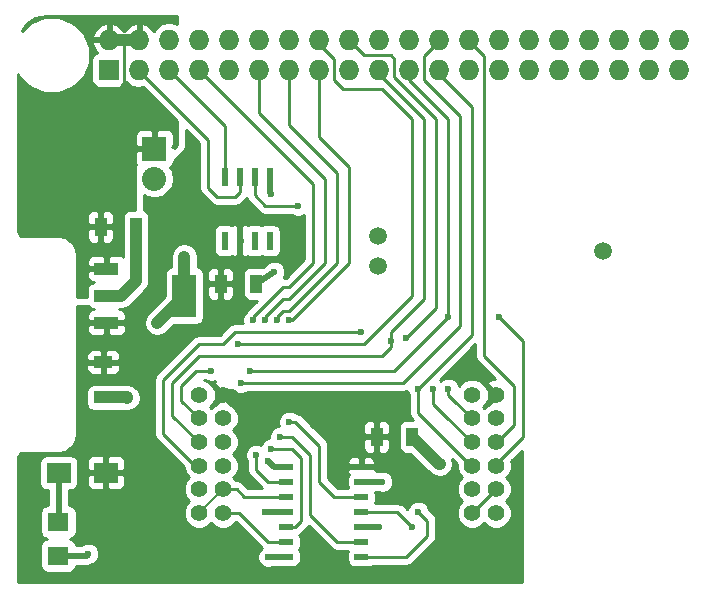
<source format=gtl>
G04 #@! TF.FileFunction,Copper,L1,Top,Signal*
%FSLAX46Y46*%
G04 Gerber Fmt 4.6, Leading zero omitted, Abs format (unit mm)*
G04 Created by KiCad (PCBNEW 4.0.2-1.fc23-product) date Fri 02 Dec 2016 11:09:15 GMT*
%MOMM*%
G01*
G04 APERTURE LIST*
%ADD10C,0.100000*%
%ADD11C,1.400000*%
%ADD12R,1.727200X1.727200*%
%ADD13O,1.727200X1.727200*%
%ADD14R,1.000000X1.600000*%
%ADD15R,1.600000X1.000000*%
%ADD16R,2.032000X3.657600*%
%ADD17R,2.032000X1.016000*%
%ADD18R,1.143000X0.508000*%
%ADD19R,1.800860X1.597660*%
%ADD20R,2.000000X1.700000*%
%ADD21R,0.600000X1.550000*%
%ADD22C,1.500000*%
%ADD23R,2.032000X2.032000*%
%ADD24O,2.032000X2.032000*%
%ADD25C,0.600000*%
%ADD26C,0.250000*%
%ADD27C,1.000000*%
%ADD28C,0.500000*%
%ADD29C,0.200000*%
%ADD30C,0.254000*%
G04 APERTURE END LIST*
D10*
D11*
X134366000Y-79756000D03*
X136366000Y-79756000D03*
X134366000Y-81756000D03*
X136366000Y-81756000D03*
X134366000Y-83756000D03*
X136366000Y-83756000D03*
X134366000Y-85756000D03*
X136366000Y-85756000D03*
X134366000Y-87756000D03*
X136366000Y-87756000D03*
X134366000Y-89756000D03*
X136366000Y-89756000D03*
D12*
X103620000Y-52260000D03*
D13*
X103620000Y-49720000D03*
X106160000Y-52260000D03*
X106160000Y-49720000D03*
X108700000Y-52260000D03*
X108700000Y-49720000D03*
X111240000Y-52260000D03*
X111240000Y-49720000D03*
X113780000Y-52260000D03*
X113780000Y-49720000D03*
X116320000Y-52260000D03*
X116320000Y-49720000D03*
X118860000Y-52260000D03*
X118860000Y-49720000D03*
X121400000Y-52260000D03*
X121400000Y-49720000D03*
X123940000Y-52260000D03*
X123940000Y-49720000D03*
X126480000Y-52260000D03*
X126480000Y-49720000D03*
X129020000Y-52260000D03*
X129020000Y-49720000D03*
X131560000Y-52260000D03*
X131560000Y-49720000D03*
X134100000Y-52260000D03*
X134100000Y-49720000D03*
X136640000Y-52260000D03*
X136640000Y-49720000D03*
X139180000Y-52260000D03*
X139180000Y-49720000D03*
X141720000Y-52260000D03*
X141720000Y-49720000D03*
X144260000Y-52260000D03*
X144260000Y-49720000D03*
X146800000Y-52260000D03*
X146800000Y-49720000D03*
X149340000Y-52260000D03*
X149340000Y-49720000D03*
X151880000Y-52260000D03*
X151880000Y-49720000D03*
D14*
X102894000Y-65532000D03*
X105894000Y-65532000D03*
D15*
X103124000Y-76986000D03*
X103124000Y-79986000D03*
D16*
X109982000Y-71374000D03*
D17*
X103378000Y-71374000D03*
X103378000Y-73660000D03*
X103378000Y-69088000D03*
D18*
X118618000Y-85852000D03*
X118618000Y-87122000D03*
X118618000Y-88392000D03*
X118618000Y-89662000D03*
X118618000Y-90932000D03*
X118618000Y-92202000D03*
X118618000Y-93472000D03*
X124968000Y-93472000D03*
X124968000Y-92202000D03*
X124968000Y-89662000D03*
X124968000Y-88392000D03*
X124968000Y-87122000D03*
X124968000Y-85852000D03*
X124968000Y-90932000D03*
D14*
X126262000Y-83312000D03*
X129262000Y-83312000D03*
D19*
X99314000Y-90528140D03*
X99314000Y-93367860D03*
D11*
X111252000Y-79756000D03*
X113252000Y-79756000D03*
X111252000Y-81756000D03*
X113252000Y-81756000D03*
X111252000Y-83756000D03*
X113252000Y-83756000D03*
X111252000Y-85756000D03*
X113252000Y-85756000D03*
X111252000Y-87756000D03*
X113252000Y-87756000D03*
X111252000Y-89756000D03*
X113252000Y-89756000D03*
D20*
X103346000Y-86360000D03*
X99346000Y-86360000D03*
D14*
X113054000Y-70358000D03*
X116054000Y-70358000D03*
D21*
X113411000Y-66708000D03*
X114681000Y-66708000D03*
X115951000Y-66708000D03*
X117221000Y-66708000D03*
X117221000Y-61308000D03*
X115951000Y-61308000D03*
X114681000Y-61308000D03*
X113411000Y-61308000D03*
D22*
X145440000Y-67564000D03*
X126340000Y-68834000D03*
X126340000Y-66294000D03*
D23*
X107442000Y-58928000D03*
D24*
X107442000Y-61468000D03*
D25*
X107696000Y-73660000D03*
X109982000Y-68072000D03*
X105894000Y-67818000D03*
X105894000Y-70128000D03*
X105156000Y-80010000D03*
X101854000Y-93218000D03*
X117602000Y-69342000D03*
X117348000Y-62738000D03*
X131572000Y-85598000D03*
X126746000Y-87122000D03*
X126492000Y-90932000D03*
X117094000Y-93472000D03*
X116840000Y-89662000D03*
X117094000Y-85344000D03*
X137922000Y-86868000D03*
X116078000Y-84836000D03*
X115824000Y-73406000D03*
X116840000Y-73406000D03*
X117348000Y-84328000D03*
X117856000Y-73406000D03*
X118110000Y-83312000D03*
X118872000Y-82042000D03*
X118872000Y-73406000D03*
X129794000Y-89662000D03*
X129286000Y-90932000D03*
X112268000Y-77724000D03*
X114554000Y-75438000D03*
X132334000Y-79248000D03*
X128778000Y-74930000D03*
X127508000Y-75184000D03*
X131064000Y-79248000D03*
X115570000Y-77724000D03*
X136652000Y-73152000D03*
X132334000Y-73152000D03*
X124968000Y-74422000D03*
X129794000Y-79248000D03*
X114808000Y-78740000D03*
X119634000Y-63754000D03*
D26*
X104648000Y-53594000D02*
X104902000Y-53340000D01*
X104902000Y-53340000D02*
X104902000Y-49720000D01*
X103620000Y-49720000D02*
X103822000Y-49720000D01*
D27*
X106160000Y-49720000D02*
X104902000Y-49720000D01*
X104902000Y-49720000D02*
X103620000Y-49720000D01*
D26*
X106160000Y-49720000D02*
X106160000Y-49772000D01*
X103620000Y-49720000D02*
X106160000Y-49720000D01*
D27*
X109982000Y-71374000D02*
X107696000Y-73660000D01*
X109982000Y-71374000D02*
X109982000Y-68072000D01*
X105894000Y-67818000D02*
X105894000Y-65532000D01*
X105894000Y-70104000D02*
X105894000Y-70128000D01*
X103378000Y-71374000D02*
X104648000Y-71374000D01*
X105894000Y-70104000D02*
X105894000Y-67818000D01*
X104648000Y-71374000D02*
X105894000Y-70128000D01*
X103124000Y-79986000D02*
X105132000Y-79986000D01*
X105132000Y-79986000D02*
X105156000Y-80010000D01*
D28*
X99314000Y-93367860D02*
X101704140Y-93367860D01*
X101704140Y-93367860D02*
X101854000Y-93218000D01*
X116054000Y-70358000D02*
X117602000Y-69342000D01*
X117221000Y-61308000D02*
X117221000Y-62611000D01*
X117221000Y-62611000D02*
X117348000Y-62738000D01*
D27*
X131572000Y-85598000D02*
X131596000Y-85622000D01*
X129262000Y-83312000D02*
X131572000Y-85598000D01*
D28*
X124968000Y-87122000D02*
X126746000Y-87122000D01*
X124968000Y-90932000D02*
X126492000Y-90932000D01*
X118618000Y-93472000D02*
X117094000Y-93472000D01*
X118618000Y-89662000D02*
X116840000Y-89662000D01*
X118618000Y-85852000D02*
X117602000Y-85852000D01*
X117602000Y-85852000D02*
X117094000Y-85344000D01*
X137922000Y-86868000D02*
X137922000Y-90932000D01*
X137922000Y-90932000D02*
X136144000Y-92710000D01*
X136144000Y-92710000D02*
X134366000Y-92710000D01*
D27*
X132080000Y-88900000D02*
X132080000Y-90424000D01*
X127762000Y-85852000D02*
X129032000Y-85852000D01*
X129032000Y-85852000D02*
X132080000Y-88900000D01*
X132080000Y-90424000D02*
X134366000Y-92710000D01*
X134366000Y-92710000D02*
X134620000Y-92964000D01*
D28*
X103346000Y-86360000D02*
X103378000Y-86360000D01*
D27*
X114046000Y-79756000D02*
X113252000Y-79756000D01*
X114808000Y-80518000D02*
X123952000Y-80518000D01*
X114046000Y-79756000D02*
X114808000Y-80518000D01*
X125222000Y-80518000D02*
X123952000Y-80518000D01*
X126262000Y-81558000D02*
X125222000Y-80518000D01*
D28*
X124968000Y-85852000D02*
X125476000Y-85852000D01*
X126262000Y-85066000D02*
X126262000Y-83312000D01*
D26*
X115824000Y-73406000D02*
X115824000Y-73152000D01*
X118872000Y-70612000D02*
X120904000Y-68580000D01*
X120904000Y-68580000D02*
X120904000Y-61924000D01*
X111240000Y-52260000D02*
X120904000Y-61924000D01*
X117094000Y-87122000D02*
X118618000Y-87122000D01*
X117094000Y-87122000D02*
X116078000Y-86106000D01*
X116078000Y-86106000D02*
X116078000Y-84836000D01*
X118364000Y-70612000D02*
X118872000Y-70612000D01*
X115824000Y-73152000D02*
X118364000Y-70612000D01*
X118872000Y-71628000D02*
X118364000Y-71628000D01*
X116320000Y-55868000D02*
X121920000Y-61468000D01*
X121920000Y-61468000D02*
X121920000Y-68580000D01*
X121920000Y-68580000D02*
X118872000Y-71628000D01*
X116320000Y-52260000D02*
X116320000Y-55868000D01*
X116840000Y-73152000D02*
X116840000Y-73406000D01*
X118364000Y-71628000D02*
X116840000Y-73152000D01*
X119888000Y-90424000D02*
X119888000Y-85090000D01*
X119380000Y-90932000D02*
X118618000Y-90932000D01*
X119380000Y-90932000D02*
X119888000Y-90424000D01*
X119126000Y-84328000D02*
X117348000Y-84328000D01*
X119888000Y-85090000D02*
X119126000Y-84328000D01*
X116840000Y-52780000D02*
X116320000Y-52260000D01*
X118364000Y-72644000D02*
X118872000Y-72644000D01*
X117856000Y-73152000D02*
X118364000Y-72644000D01*
X124968000Y-92202000D02*
X122936000Y-92202000D01*
X119126000Y-83312000D02*
X118110000Y-83312000D01*
X120650000Y-84836000D02*
X119126000Y-83312000D01*
X120650000Y-89916000D02*
X120650000Y-84836000D01*
X122936000Y-92202000D02*
X120650000Y-89916000D01*
X117856000Y-73406000D02*
X117856000Y-73152000D01*
X118860000Y-56884000D02*
X118860000Y-52260000D01*
X122936000Y-60960000D02*
X118860000Y-56884000D01*
X122936000Y-68580000D02*
X122936000Y-60960000D01*
X118872000Y-72644000D02*
X122936000Y-68580000D01*
X118860000Y-52260000D02*
X118860000Y-52312000D01*
X118872000Y-73406000D02*
X119126000Y-73406000D01*
X122682000Y-88392000D02*
X121412000Y-87122000D01*
X121412000Y-87122000D02*
X121412000Y-84074000D01*
X121412000Y-84074000D02*
X119380000Y-82042000D01*
X119380000Y-82042000D02*
X118872000Y-82042000D01*
X124968000Y-88392000D02*
X122682000Y-88392000D01*
X121400000Y-57900000D02*
X121400000Y-52260000D01*
X123952000Y-60452000D02*
X121400000Y-57900000D01*
X123952000Y-68580000D02*
X123952000Y-60452000D01*
X119126000Y-73406000D02*
X123952000Y-68580000D01*
X121400000Y-52260000D02*
X121400000Y-52820000D01*
X118618000Y-88392000D02*
X115062000Y-88392000D01*
X114426000Y-87756000D02*
X113252000Y-87756000D01*
X115062000Y-88392000D02*
X114426000Y-87756000D01*
X111252000Y-89756000D02*
X111092000Y-89756000D01*
D29*
X113252000Y-87756000D02*
X111252000Y-89756000D01*
D26*
X118618000Y-92202000D02*
X117094000Y-92202000D01*
X114648000Y-89756000D02*
X113252000Y-89756000D01*
X117094000Y-92202000D02*
X114648000Y-89756000D01*
X136366000Y-87756000D02*
X134366000Y-89756000D01*
X129794000Y-89662000D02*
X130556000Y-90424000D01*
X130556000Y-90424000D02*
X130556000Y-91694000D01*
X130556000Y-91694000D02*
X128778000Y-93472000D01*
X128778000Y-93472000D02*
X124968000Y-93472000D01*
X129286000Y-90932000D02*
X128016000Y-89662000D01*
X124968000Y-89662000D02*
X128016000Y-89662000D01*
X114681000Y-61308000D02*
X114681000Y-62611000D01*
X112014000Y-58166000D02*
X106160000Y-52312000D01*
X112014000Y-62230000D02*
X112014000Y-58166000D01*
X112776000Y-62992000D02*
X112014000Y-62230000D01*
X114300000Y-62992000D02*
X112776000Y-62992000D01*
X114681000Y-62611000D02*
X114300000Y-62992000D01*
X106160000Y-52312000D02*
X106160000Y-52260000D01*
X113411000Y-61308000D02*
X113411000Y-56971000D01*
X113411000Y-56971000D02*
X108700000Y-52260000D01*
X114554000Y-75438000D02*
X114808000Y-75438000D01*
X110998000Y-77724000D02*
X112268000Y-77724000D01*
X109728000Y-80264000D02*
X111220000Y-81756000D01*
X109728000Y-78994000D02*
X110744000Y-77978000D01*
X109728000Y-80264000D02*
X109728000Y-78994000D01*
X110744000Y-77978000D02*
X110998000Y-77724000D01*
X125222000Y-75438000D02*
X117984398Y-75438000D01*
X129286000Y-71374000D02*
X125222000Y-75438000D01*
X129286000Y-68580000D02*
X129286000Y-56388000D01*
X122682000Y-53086000D02*
X123444000Y-53848000D01*
X123444000Y-53848000D02*
X126746000Y-53848000D01*
X126746000Y-53848000D02*
X129286000Y-56388000D01*
X122682000Y-51308000D02*
X121400000Y-50026000D01*
X122682000Y-51308000D02*
X122682000Y-53086000D01*
X129286000Y-68580000D02*
X129286000Y-71374000D01*
X114808000Y-75438000D02*
X117984398Y-75438000D01*
X111252000Y-81756000D02*
X111220000Y-81756000D01*
X121400000Y-49720000D02*
X121400000Y-50026000D01*
X129540000Y-74168000D02*
X128778000Y-74930000D01*
X131318000Y-72390000D02*
X129540000Y-74168000D01*
X131318000Y-68580000D02*
X131318000Y-56388000D01*
X127456000Y-51002000D02*
X127762000Y-51308000D01*
X127762000Y-51308000D02*
X127762000Y-52832000D01*
X127762000Y-52832000D02*
X131318000Y-56388000D01*
X123940000Y-49720000D02*
X125222000Y-51002000D01*
X125222000Y-51002000D02*
X127456000Y-51002000D01*
X131318000Y-68580000D02*
X131318000Y-72390000D01*
X132842000Y-80264000D02*
X132334000Y-79756000D01*
X132842000Y-80264000D02*
X134334000Y-81756000D01*
X132334000Y-79756000D02*
X132334000Y-79248000D01*
X134366000Y-81756000D02*
X134334000Y-81756000D01*
X110490000Y-77216000D02*
X111252000Y-76454000D01*
X127508000Y-75184000D02*
X127508000Y-75692000D01*
X108966000Y-78994000D02*
X108966000Y-78740000D01*
X108966000Y-78740000D02*
X110490000Y-77216000D01*
X108966000Y-81534000D02*
X111188000Y-83756000D01*
X108966000Y-81534000D02*
X108966000Y-78994000D01*
X115570000Y-76454000D02*
X126746000Y-76454000D01*
X126746000Y-76454000D02*
X127508000Y-75692000D01*
X111252000Y-76454000D02*
X115570000Y-76454000D01*
X127508000Y-75184000D02*
X127508000Y-74422000D01*
X130302000Y-56388000D02*
X126480000Y-52566000D01*
X130302000Y-68580000D02*
X130302000Y-56388000D01*
X130302000Y-71628000D02*
X130302000Y-68580000D01*
X127508000Y-74422000D02*
X130302000Y-71628000D01*
X132080000Y-81534000D02*
X131318000Y-80772000D01*
X134302000Y-83756000D02*
X132080000Y-81534000D01*
X131064000Y-80518000D02*
X131064000Y-79248000D01*
X131318000Y-80772000D02*
X131064000Y-80518000D01*
X134366000Y-83756000D02*
X134302000Y-83756000D01*
X126480000Y-52260000D02*
X126480000Y-52566000D01*
X126480000Y-52260000D02*
X126682000Y-52260000D01*
X111252000Y-83756000D02*
X111188000Y-83756000D01*
D29*
X111252000Y-83756000D02*
X110934000Y-83756000D01*
D26*
X132334000Y-73152000D02*
X128016000Y-77470000D01*
X127762000Y-77724000D02*
X115570000Y-77724000D01*
X128016000Y-77470000D02*
X127762000Y-77724000D01*
X132334000Y-72644000D02*
X132334000Y-73152000D01*
X132334000Y-68580000D02*
X132334000Y-56388000D01*
X129020000Y-53074000D02*
X132334000Y-56388000D01*
X132334000Y-72644000D02*
X132334000Y-68580000D01*
X138684000Y-75184000D02*
X138684000Y-75438000D01*
X136652000Y-73152000D02*
X138684000Y-75184000D01*
X138684000Y-75946000D02*
X138684000Y-75438000D01*
X138684000Y-78740000D02*
X138684000Y-75946000D01*
X138684000Y-78994000D02*
X138684000Y-78740000D01*
X138684000Y-83312000D02*
X138684000Y-78994000D01*
X136366000Y-85630000D02*
X138684000Y-83312000D01*
X129020000Y-52260000D02*
X129020000Y-53074000D01*
X136366000Y-85756000D02*
X136366000Y-85630000D01*
X111252000Y-75438000D02*
X113030000Y-75438000D01*
X108204000Y-78994000D02*
X108204000Y-78486000D01*
X108204000Y-79248000D02*
X108204000Y-78994000D01*
X108204000Y-83058000D02*
X110902000Y-85756000D01*
X108204000Y-83058000D02*
X108204000Y-79248000D01*
X108204000Y-78486000D02*
X110236000Y-76454000D01*
X110236000Y-76454000D02*
X111252000Y-75438000D01*
X113284000Y-75438000D02*
X113030000Y-75438000D01*
X114300000Y-74422000D02*
X113284000Y-75438000D01*
X124968000Y-74422000D02*
X114300000Y-74422000D01*
X134366000Y-73660000D02*
X134366000Y-74676000D01*
X131318000Y-82804000D02*
X129794000Y-81280000D01*
X131318000Y-82804000D02*
X134270000Y-85756000D01*
X129794000Y-81280000D02*
X129794000Y-79248000D01*
X134366000Y-74676000D02*
X129794000Y-79248000D01*
X111252000Y-85756000D02*
X110902000Y-85756000D01*
X134366000Y-73914000D02*
X134366000Y-73660000D01*
X134366000Y-73152000D02*
X134366000Y-68580000D01*
X134366000Y-73152000D02*
X134366000Y-73660000D01*
X134366000Y-55372000D02*
X131560000Y-52566000D01*
X134366000Y-55372000D02*
X134366000Y-68580000D01*
X134366000Y-85756000D02*
X134270000Y-85756000D01*
X131560000Y-52260000D02*
X131560000Y-52566000D01*
X128778000Y-78486000D02*
X128524000Y-78740000D01*
X133350000Y-73914000D02*
X128778000Y-78486000D01*
X133350000Y-68326000D02*
X133350000Y-73914000D01*
X128524000Y-78740000D02*
X123952000Y-78740000D01*
X117602000Y-78740000D02*
X114808000Y-78740000D01*
X117602000Y-78740000D02*
X123952000Y-78740000D01*
X123952000Y-78740000D02*
X124206000Y-78740000D01*
X130302000Y-52832000D02*
X130302000Y-53086000D01*
X130302000Y-51054000D02*
X130302000Y-52832000D01*
X131560000Y-49796000D02*
X130302000Y-51054000D01*
X133350000Y-56134000D02*
X133350000Y-68326000D01*
X133350000Y-68326000D02*
X133350000Y-68580000D01*
X130302000Y-53086000D02*
X133350000Y-56134000D01*
X131560000Y-49720000D02*
X131560000Y-49796000D01*
X137922000Y-78994000D02*
X136398000Y-77470000D01*
X136462000Y-83756000D02*
X137922000Y-82296000D01*
X137922000Y-82296000D02*
X137922000Y-78994000D01*
X135382000Y-73660000D02*
X135382000Y-74422000D01*
X135382000Y-68580000D02*
X135382000Y-71120000D01*
X135382000Y-51054000D02*
X135382000Y-68580000D01*
X135382000Y-51054000D02*
X134100000Y-49772000D01*
X135382000Y-71120000D02*
X135382000Y-71374000D01*
X135382000Y-71374000D02*
X135382000Y-73660000D01*
X135382000Y-76454000D02*
X135382000Y-74422000D01*
X136398000Y-77470000D02*
X135382000Y-76454000D01*
X134100000Y-49720000D02*
X134100000Y-49772000D01*
X136366000Y-83756000D02*
X136462000Y-83756000D01*
X134100000Y-49720000D02*
X134100000Y-49796000D01*
D28*
X99346000Y-86360000D02*
X99346000Y-90496140D01*
X99346000Y-90496140D02*
X99314000Y-90528140D01*
D27*
X99314000Y-86392000D02*
X99346000Y-86360000D01*
D26*
X115951000Y-62865000D02*
X116840000Y-63754000D01*
X116840000Y-63754000D02*
X119634000Y-63754000D01*
X115951000Y-61308000D02*
X115951000Y-62865000D01*
D30*
G36*
X111262000Y-58477488D02*
X111262000Y-62230000D01*
X111319243Y-62517778D01*
X111482256Y-62761744D01*
X112244256Y-63523744D01*
X112488222Y-63686757D01*
X112776000Y-63744000D01*
X114300000Y-63744000D01*
X114587778Y-63686757D01*
X114831744Y-63523744D01*
X115212744Y-63142745D01*
X115244726Y-63094880D01*
X115256243Y-63152778D01*
X115419256Y-63396744D01*
X116308256Y-64285744D01*
X116552222Y-64448757D01*
X116840000Y-64506000D01*
X119074855Y-64506000D01*
X119108211Y-64539414D01*
X119448799Y-64680839D01*
X119817583Y-64681161D01*
X120152000Y-64542982D01*
X120152000Y-68268512D01*
X118560512Y-69860000D01*
X118390648Y-69860000D01*
X118528839Y-69527201D01*
X118529161Y-69158417D01*
X118388331Y-68817583D01*
X118127789Y-68556586D01*
X117787201Y-68415161D01*
X117418417Y-68414839D01*
X117077583Y-68555669D01*
X116839227Y-68793610D01*
X116626302Y-68933358D01*
X116554000Y-68918717D01*
X115554000Y-68918717D01*
X115321648Y-68962437D01*
X115108247Y-69099757D01*
X114965083Y-69309283D01*
X114914717Y-69558000D01*
X114914717Y-71158000D01*
X114958437Y-71390352D01*
X115095757Y-71603753D01*
X115305283Y-71746917D01*
X115554000Y-71797283D01*
X116115229Y-71797283D01*
X115292256Y-72620256D01*
X115278757Y-72640459D01*
X115038586Y-72880211D01*
X114897161Y-73220799D01*
X114896839Y-73589583D01*
X114930067Y-73670000D01*
X114300000Y-73670000D01*
X114012222Y-73727243D01*
X113768256Y-73890256D01*
X112972512Y-74686000D01*
X111252000Y-74686000D01*
X110964222Y-74743243D01*
X110720256Y-74906256D01*
X107672256Y-77954256D01*
X107509243Y-78198222D01*
X107452000Y-78486000D01*
X107452000Y-83058000D01*
X107509243Y-83345778D01*
X107672256Y-83589744D01*
X109924925Y-85842413D01*
X109924771Y-86018798D01*
X110126369Y-86506703D01*
X110375339Y-86756108D01*
X110127681Y-87003334D01*
X109925231Y-87490885D01*
X109924771Y-88018798D01*
X110126369Y-88506703D01*
X110375339Y-88756108D01*
X110127681Y-89003334D01*
X109925231Y-89490885D01*
X109924771Y-90018798D01*
X110126369Y-90506703D01*
X110499334Y-90880319D01*
X110986885Y-91082769D01*
X111514798Y-91083229D01*
X112002703Y-90881631D01*
X112252108Y-90632661D01*
X112499334Y-90880319D01*
X112986885Y-91082769D01*
X113514798Y-91083229D01*
X114002703Y-90881631D01*
X114356731Y-90528219D01*
X116541857Y-92713346D01*
X116308586Y-92946211D01*
X116167161Y-93286799D01*
X116166839Y-93655583D01*
X116307669Y-93996417D01*
X116568211Y-94257414D01*
X116908799Y-94398839D01*
X117277583Y-94399161D01*
X117398982Y-94349000D01*
X117966091Y-94349000D01*
X118046500Y-94365283D01*
X119189500Y-94365283D01*
X119421852Y-94321563D01*
X119635253Y-94184243D01*
X119778417Y-93974717D01*
X119828783Y-93726000D01*
X119828783Y-93218000D01*
X119785063Y-92985648D01*
X119688742Y-92835960D01*
X119778417Y-92704717D01*
X119828783Y-92456000D01*
X119828783Y-91948000D01*
X119785063Y-91715648D01*
X119709797Y-91598681D01*
X119911744Y-91463744D01*
X120419744Y-90955745D01*
X120502461Y-90831949D01*
X122404256Y-92733744D01*
X122648222Y-92896757D01*
X122936000Y-92954000D01*
X123818026Y-92954000D01*
X123807583Y-92969283D01*
X123757217Y-93218000D01*
X123757217Y-93726000D01*
X123800937Y-93958352D01*
X123938257Y-94171753D01*
X124147783Y-94314917D01*
X124396500Y-94365283D01*
X125539500Y-94365283D01*
X125771852Y-94321563D01*
X125923469Y-94224000D01*
X128778000Y-94224000D01*
X129065778Y-94166757D01*
X129309744Y-94003744D01*
X131087745Y-92225744D01*
X131185464Y-92079497D01*
X131250757Y-91981778D01*
X131308000Y-91694000D01*
X131308000Y-90424000D01*
X131250757Y-90136222D01*
X131087744Y-89892256D01*
X130721120Y-89525632D01*
X130721161Y-89478417D01*
X130580331Y-89137583D01*
X130319789Y-88876586D01*
X129979201Y-88735161D01*
X129610417Y-88734839D01*
X129269583Y-88875669D01*
X129008586Y-89136211D01*
X128875120Y-89457632D01*
X128547744Y-89130256D01*
X128303778Y-88967243D01*
X128016000Y-88910000D01*
X126117974Y-88910000D01*
X126128417Y-88894717D01*
X126178783Y-88646000D01*
X126178783Y-88138000D01*
X126152628Y-87999000D01*
X126440774Y-87999000D01*
X126560799Y-88048839D01*
X126929583Y-88049161D01*
X127270417Y-87908331D01*
X127531414Y-87647789D01*
X127672839Y-87307201D01*
X127673161Y-86938417D01*
X127532331Y-86597583D01*
X127271789Y-86336586D01*
X126931201Y-86195161D01*
X126562417Y-86194839D01*
X126441018Y-86245000D01*
X126169243Y-86245000D01*
X126174500Y-86232309D01*
X126174500Y-86137750D01*
X126015750Y-85979000D01*
X125095000Y-85979000D01*
X125095000Y-85999000D01*
X124841000Y-85999000D01*
X124841000Y-85979000D01*
X123920250Y-85979000D01*
X123761500Y-86137750D01*
X123761500Y-86232309D01*
X123858173Y-86465698D01*
X123890462Y-86497987D01*
X123807583Y-86619283D01*
X123757217Y-86868000D01*
X123757217Y-87376000D01*
X123800937Y-87608352D01*
X123821302Y-87640000D01*
X122993488Y-87640000D01*
X122164000Y-86810512D01*
X122164000Y-85471691D01*
X123761500Y-85471691D01*
X123761500Y-85566250D01*
X123920250Y-85725000D01*
X124841000Y-85725000D01*
X124841000Y-85121750D01*
X125095000Y-85121750D01*
X125095000Y-85725000D01*
X126015750Y-85725000D01*
X126174500Y-85566250D01*
X126174500Y-85471691D01*
X126077827Y-85238302D01*
X125899199Y-85059673D01*
X125665810Y-84963000D01*
X125253750Y-84963000D01*
X125095000Y-85121750D01*
X124841000Y-85121750D01*
X124682250Y-84963000D01*
X124270190Y-84963000D01*
X124036801Y-85059673D01*
X123858173Y-85238302D01*
X123761500Y-85471691D01*
X122164000Y-85471691D01*
X122164000Y-84074000D01*
X122106757Y-83786222D01*
X121980824Y-83597750D01*
X125127000Y-83597750D01*
X125127000Y-84238310D01*
X125223673Y-84471699D01*
X125402302Y-84650327D01*
X125635691Y-84747000D01*
X125976250Y-84747000D01*
X126135000Y-84588250D01*
X126135000Y-83439000D01*
X126389000Y-83439000D01*
X126389000Y-84588250D01*
X126547750Y-84747000D01*
X126888309Y-84747000D01*
X127121698Y-84650327D01*
X127300327Y-84471699D01*
X127397000Y-84238310D01*
X127397000Y-83597750D01*
X127238250Y-83439000D01*
X126389000Y-83439000D01*
X126135000Y-83439000D01*
X125285750Y-83439000D01*
X125127000Y-83597750D01*
X121980824Y-83597750D01*
X121943744Y-83542256D01*
X120787178Y-82385690D01*
X125127000Y-82385690D01*
X125127000Y-83026250D01*
X125285750Y-83185000D01*
X126135000Y-83185000D01*
X126135000Y-82035750D01*
X126389000Y-82035750D01*
X126389000Y-83185000D01*
X127238250Y-83185000D01*
X127397000Y-83026250D01*
X127397000Y-82385690D01*
X127300327Y-82152301D01*
X127121698Y-81973673D01*
X126888309Y-81877000D01*
X126547750Y-81877000D01*
X126389000Y-82035750D01*
X126135000Y-82035750D01*
X125976250Y-81877000D01*
X125635691Y-81877000D01*
X125402302Y-81973673D01*
X125223673Y-82152301D01*
X125127000Y-82385690D01*
X120787178Y-82385690D01*
X119911744Y-81510256D01*
X119667778Y-81347243D01*
X119443817Y-81302694D01*
X119397789Y-81256586D01*
X119057201Y-81115161D01*
X118688417Y-81114839D01*
X118347583Y-81255669D01*
X118086586Y-81516211D01*
X117945161Y-81856799D01*
X117944839Y-82225583D01*
X118010673Y-82384913D01*
X117926417Y-82384839D01*
X117585583Y-82525669D01*
X117324586Y-82786211D01*
X117183161Y-83126799D01*
X117182922Y-83400855D01*
X117164417Y-83400839D01*
X116823583Y-83541669D01*
X116562586Y-83802211D01*
X116480678Y-83999466D01*
X116263201Y-83909161D01*
X115894417Y-83908839D01*
X115553583Y-84049669D01*
X115292586Y-84310211D01*
X115151161Y-84650799D01*
X115150839Y-85019583D01*
X115291669Y-85360417D01*
X115326000Y-85394808D01*
X115326000Y-86106000D01*
X115383243Y-86393778D01*
X115546256Y-86637744D01*
X116548512Y-87640000D01*
X115373488Y-87640000D01*
X114957744Y-87224256D01*
X114713778Y-87061243D01*
X114426000Y-87004000D01*
X114376336Y-87004000D01*
X114128661Y-86755892D01*
X114376319Y-86508666D01*
X114578769Y-86021115D01*
X114579229Y-85493202D01*
X114377631Y-85005297D01*
X114128661Y-84755892D01*
X114376319Y-84508666D01*
X114578769Y-84021115D01*
X114579229Y-83493202D01*
X114377631Y-83005297D01*
X114128661Y-82755892D01*
X114376319Y-82508666D01*
X114578769Y-82021115D01*
X114579229Y-81493202D01*
X114377631Y-81005297D01*
X114004666Y-80631681D01*
X113907890Y-80591496D01*
X113252000Y-79935605D01*
X112596626Y-80590980D01*
X112501297Y-80630369D01*
X112251892Y-80879339D01*
X112128661Y-80755892D01*
X112376319Y-80508666D01*
X112416504Y-80411890D01*
X113072395Y-79756000D01*
X112417020Y-79100626D01*
X112377631Y-79005297D01*
X112004666Y-78631681D01*
X111629747Y-78476000D01*
X111708855Y-78476000D01*
X111742211Y-78509414D01*
X112082799Y-78650839D01*
X112451583Y-78651161D01*
X112551650Y-78609814D01*
X112496331Y-78820725D01*
X113252000Y-79576395D01*
X113266142Y-79562252D01*
X113445748Y-79741858D01*
X113431605Y-79756000D01*
X114187275Y-80511669D01*
X114423042Y-80449831D01*
X114599419Y-79948878D01*
X114583235Y-79650411D01*
X114622799Y-79666839D01*
X114991583Y-79667161D01*
X115332417Y-79526331D01*
X115366808Y-79492000D01*
X128524000Y-79492000D01*
X128811778Y-79434757D01*
X128866868Y-79397947D01*
X128866839Y-79431583D01*
X129007669Y-79772417D01*
X129042000Y-79806808D01*
X129042000Y-81280000D01*
X129099243Y-81567778D01*
X129262256Y-81811744D01*
X129323229Y-81872717D01*
X128762000Y-81872717D01*
X128529648Y-81916437D01*
X128316247Y-82053757D01*
X128173083Y-82263283D01*
X128122717Y-82512000D01*
X128122717Y-84112000D01*
X128166437Y-84344352D01*
X128303757Y-84557753D01*
X128513283Y-84700917D01*
X128762000Y-84751283D01*
X129114187Y-84751283D01*
X130777242Y-86397060D01*
X130799091Y-86418909D01*
X131164716Y-86663212D01*
X131596000Y-86748999D01*
X132027284Y-86663212D01*
X132392909Y-86418909D01*
X132637212Y-86053284D01*
X132722999Y-85622000D01*
X132637212Y-85190716D01*
X132629126Y-85178615D01*
X133039146Y-85588635D01*
X133038771Y-86018798D01*
X133240369Y-86506703D01*
X133489339Y-86756108D01*
X133241681Y-87003334D01*
X133039231Y-87490885D01*
X133038771Y-88018798D01*
X133240369Y-88506703D01*
X133489339Y-88756108D01*
X133241681Y-89003334D01*
X133039231Y-89490885D01*
X133038771Y-90018798D01*
X133240369Y-90506703D01*
X133613334Y-90880319D01*
X134100885Y-91082769D01*
X134628798Y-91083229D01*
X135116703Y-90881631D01*
X135366108Y-90632661D01*
X135613334Y-90880319D01*
X136100885Y-91082769D01*
X136628798Y-91083229D01*
X137116703Y-90881631D01*
X137490319Y-90508666D01*
X137692769Y-90021115D01*
X137693229Y-89493202D01*
X137491631Y-89005297D01*
X137242661Y-88755892D01*
X137490319Y-88508666D01*
X137692769Y-88021115D01*
X137693229Y-87493202D01*
X137491631Y-87005297D01*
X137242661Y-86755892D01*
X137490319Y-86508666D01*
X137692769Y-86021115D01*
X137693229Y-85493202D01*
X137656113Y-85403375D01*
X138573872Y-84485616D01*
X138573000Y-84490000D01*
X138573000Y-95631000D01*
X95927000Y-95631000D01*
X95927000Y-85510000D01*
X97706717Y-85510000D01*
X97706717Y-87210000D01*
X97750437Y-87442352D01*
X97887757Y-87655753D01*
X98097283Y-87798917D01*
X98346000Y-87849283D01*
X98469000Y-87849283D01*
X98469000Y-89090027D01*
X98413570Y-89090027D01*
X98181218Y-89133747D01*
X97967817Y-89271067D01*
X97824653Y-89480593D01*
X97774287Y-89729310D01*
X97774287Y-91326970D01*
X97818007Y-91559322D01*
X97955327Y-91772723D01*
X98164853Y-91915887D01*
X98320124Y-91947330D01*
X98181218Y-91973467D01*
X97967817Y-92110787D01*
X97824653Y-92320313D01*
X97774287Y-92569030D01*
X97774287Y-94166690D01*
X97818007Y-94399042D01*
X97955327Y-94612443D01*
X98164853Y-94755607D01*
X98413570Y-94805973D01*
X100214430Y-94805973D01*
X100446782Y-94762253D01*
X100660183Y-94624933D01*
X100803347Y-94415407D01*
X100837883Y-94244860D01*
X101704140Y-94244860D01*
X102039753Y-94178102D01*
X102172459Y-94089431D01*
X102378417Y-94004331D01*
X102639414Y-93743789D01*
X102780839Y-93403201D01*
X102781161Y-93034417D01*
X102640331Y-92693583D01*
X102379789Y-92432586D01*
X102039201Y-92291161D01*
X101670417Y-92290839D01*
X101329583Y-92431669D01*
X101270289Y-92490860D01*
X100839004Y-92490860D01*
X100809993Y-92336678D01*
X100672673Y-92123277D01*
X100463147Y-91980113D01*
X100307876Y-91948670D01*
X100446782Y-91922533D01*
X100660183Y-91785213D01*
X100803347Y-91575687D01*
X100853713Y-91326970D01*
X100853713Y-89729310D01*
X100809993Y-89496958D01*
X100672673Y-89283557D01*
X100463147Y-89140393D01*
X100223000Y-89091762D01*
X100223000Y-87849283D01*
X100346000Y-87849283D01*
X100578352Y-87805563D01*
X100791753Y-87668243D01*
X100934917Y-87458717D01*
X100985283Y-87210000D01*
X100985283Y-86645750D01*
X101711000Y-86645750D01*
X101711000Y-87336310D01*
X101807673Y-87569699D01*
X101986302Y-87748327D01*
X102219691Y-87845000D01*
X103060250Y-87845000D01*
X103219000Y-87686250D01*
X103219000Y-86487000D01*
X103473000Y-86487000D01*
X103473000Y-87686250D01*
X103631750Y-87845000D01*
X104472309Y-87845000D01*
X104705698Y-87748327D01*
X104884327Y-87569699D01*
X104981000Y-87336310D01*
X104981000Y-86645750D01*
X104822250Y-86487000D01*
X103473000Y-86487000D01*
X103219000Y-86487000D01*
X101869750Y-86487000D01*
X101711000Y-86645750D01*
X100985283Y-86645750D01*
X100985283Y-85510000D01*
X100961517Y-85383690D01*
X101711000Y-85383690D01*
X101711000Y-86074250D01*
X101869750Y-86233000D01*
X103219000Y-86233000D01*
X103219000Y-85033750D01*
X103473000Y-85033750D01*
X103473000Y-86233000D01*
X104822250Y-86233000D01*
X104981000Y-86074250D01*
X104981000Y-85383690D01*
X104884327Y-85150301D01*
X104705698Y-84971673D01*
X104472309Y-84875000D01*
X103631750Y-84875000D01*
X103473000Y-85033750D01*
X103219000Y-85033750D01*
X103060250Y-84875000D01*
X102219691Y-84875000D01*
X101986302Y-84971673D01*
X101807673Y-85150301D01*
X101711000Y-85383690D01*
X100961517Y-85383690D01*
X100941563Y-85277648D01*
X100804243Y-85064247D01*
X100594717Y-84921083D01*
X100346000Y-84870717D01*
X98346000Y-84870717D01*
X98113648Y-84914437D01*
X97900247Y-85051757D01*
X97757083Y-85261283D01*
X97706717Y-85510000D01*
X95927000Y-85510000D01*
X95927000Y-85056680D01*
X95963841Y-84871468D01*
X96030983Y-84770983D01*
X96131468Y-84703841D01*
X96316679Y-84667000D01*
X99250000Y-84667000D01*
X99315396Y-84653992D01*
X99382076Y-84653992D01*
X99764758Y-84577872D01*
X100008804Y-84476785D01*
X100333228Y-84260012D01*
X100520012Y-84073228D01*
X100736785Y-83748804D01*
X100744078Y-83731196D01*
X100837872Y-83504759D01*
X100913992Y-83122076D01*
X100913992Y-83055396D01*
X100927000Y-82990000D01*
X100927000Y-79486000D01*
X101684717Y-79486000D01*
X101684717Y-80486000D01*
X101728437Y-80718352D01*
X101865757Y-80931753D01*
X102075283Y-81074917D01*
X102324000Y-81125283D01*
X103924000Y-81125283D01*
X103989279Y-81113000D01*
X105035348Y-81113000D01*
X105156000Y-81136999D01*
X105587284Y-81051212D01*
X105952909Y-80806909D01*
X106197212Y-80441284D01*
X106282999Y-80010000D01*
X106197212Y-79578716D01*
X105952909Y-79213091D01*
X105928909Y-79189091D01*
X105563284Y-78944788D01*
X105132000Y-78859000D01*
X103984656Y-78859000D01*
X103924000Y-78846717D01*
X102324000Y-78846717D01*
X102091648Y-78890437D01*
X101878247Y-79027757D01*
X101735083Y-79237283D01*
X101684717Y-79486000D01*
X100927000Y-79486000D01*
X100927000Y-77271750D01*
X101689000Y-77271750D01*
X101689000Y-77612309D01*
X101785673Y-77845698D01*
X101964301Y-78024327D01*
X102197690Y-78121000D01*
X102838250Y-78121000D01*
X102997000Y-77962250D01*
X102997000Y-77113000D01*
X103251000Y-77113000D01*
X103251000Y-77962250D01*
X103409750Y-78121000D01*
X104050310Y-78121000D01*
X104283699Y-78024327D01*
X104462327Y-77845698D01*
X104559000Y-77612309D01*
X104559000Y-77271750D01*
X104400250Y-77113000D01*
X103251000Y-77113000D01*
X102997000Y-77113000D01*
X101847750Y-77113000D01*
X101689000Y-77271750D01*
X100927000Y-77271750D01*
X100927000Y-76359691D01*
X101689000Y-76359691D01*
X101689000Y-76700250D01*
X101847750Y-76859000D01*
X102997000Y-76859000D01*
X102997000Y-76009750D01*
X103251000Y-76009750D01*
X103251000Y-76859000D01*
X104400250Y-76859000D01*
X104559000Y-76700250D01*
X104559000Y-76359691D01*
X104462327Y-76126302D01*
X104283699Y-75947673D01*
X104050310Y-75851000D01*
X103409750Y-75851000D01*
X103251000Y-76009750D01*
X102997000Y-76009750D01*
X102838250Y-75851000D01*
X102197690Y-75851000D01*
X101964301Y-75947673D01*
X101785673Y-76126302D01*
X101689000Y-76359691D01*
X100927000Y-76359691D01*
X100927000Y-73945750D01*
X101727000Y-73945750D01*
X101727000Y-74294309D01*
X101823673Y-74527698D01*
X102002301Y-74706327D01*
X102235690Y-74803000D01*
X103092250Y-74803000D01*
X103251000Y-74644250D01*
X103251000Y-73787000D01*
X103505000Y-73787000D01*
X103505000Y-74644250D01*
X103663750Y-74803000D01*
X104520310Y-74803000D01*
X104753699Y-74706327D01*
X104932327Y-74527698D01*
X105029000Y-74294309D01*
X105029000Y-73945750D01*
X104870250Y-73787000D01*
X103505000Y-73787000D01*
X103251000Y-73787000D01*
X101885750Y-73787000D01*
X101727000Y-73945750D01*
X100927000Y-73945750D01*
X100927000Y-73660000D01*
X106569000Y-73660000D01*
X106654788Y-74091284D01*
X106899091Y-74456909D01*
X107264716Y-74701212D01*
X107696000Y-74787000D01*
X108127284Y-74701212D01*
X108492909Y-74456909D01*
X109107735Y-73842083D01*
X110998000Y-73842083D01*
X111230352Y-73798363D01*
X111443753Y-73661043D01*
X111586917Y-73451517D01*
X111637283Y-73202800D01*
X111637283Y-70643750D01*
X111919000Y-70643750D01*
X111919000Y-71284310D01*
X112015673Y-71517699D01*
X112194302Y-71696327D01*
X112427691Y-71793000D01*
X112768250Y-71793000D01*
X112927000Y-71634250D01*
X112927000Y-70485000D01*
X113181000Y-70485000D01*
X113181000Y-71634250D01*
X113339750Y-71793000D01*
X113680309Y-71793000D01*
X113913698Y-71696327D01*
X114092327Y-71517699D01*
X114189000Y-71284310D01*
X114189000Y-70643750D01*
X114030250Y-70485000D01*
X113181000Y-70485000D01*
X112927000Y-70485000D01*
X112077750Y-70485000D01*
X111919000Y-70643750D01*
X111637283Y-70643750D01*
X111637283Y-69545200D01*
X111615925Y-69431690D01*
X111919000Y-69431690D01*
X111919000Y-70072250D01*
X112077750Y-70231000D01*
X112927000Y-70231000D01*
X112927000Y-69081750D01*
X113181000Y-69081750D01*
X113181000Y-70231000D01*
X114030250Y-70231000D01*
X114189000Y-70072250D01*
X114189000Y-69431690D01*
X114092327Y-69198301D01*
X113913698Y-69019673D01*
X113680309Y-68923000D01*
X113339750Y-68923000D01*
X113181000Y-69081750D01*
X112927000Y-69081750D01*
X112768250Y-68923000D01*
X112427691Y-68923000D01*
X112194302Y-69019673D01*
X112015673Y-69198301D01*
X111919000Y-69431690D01*
X111615925Y-69431690D01*
X111593563Y-69312848D01*
X111456243Y-69099447D01*
X111246717Y-68956283D01*
X111109000Y-68928395D01*
X111109000Y-68072000D01*
X111023212Y-67640716D01*
X110778909Y-67275091D01*
X110413284Y-67030788D01*
X109982000Y-66945000D01*
X109550716Y-67030788D01*
X109185091Y-67275091D01*
X108940788Y-67640716D01*
X108855000Y-68072000D01*
X108855000Y-68926803D01*
X108733648Y-68949637D01*
X108520247Y-69086957D01*
X108377083Y-69296483D01*
X108326717Y-69545200D01*
X108326717Y-71435465D01*
X106899091Y-72863091D01*
X106654788Y-73228716D01*
X106569000Y-73660000D01*
X100927000Y-73660000D01*
X100927000Y-72255000D01*
X101856942Y-72255000D01*
X101903757Y-72327753D01*
X102113283Y-72470917D01*
X102340850Y-72517000D01*
X102235690Y-72517000D01*
X102002301Y-72613673D01*
X101823673Y-72792302D01*
X101727000Y-73025691D01*
X101727000Y-73374250D01*
X101885750Y-73533000D01*
X103251000Y-73533000D01*
X103251000Y-73513000D01*
X103505000Y-73513000D01*
X103505000Y-73533000D01*
X104870250Y-73533000D01*
X105029000Y-73374250D01*
X105029000Y-73025691D01*
X104932327Y-72792302D01*
X104753699Y-72613673D01*
X104520310Y-72517000D01*
X104416762Y-72517000D01*
X104501795Y-72501000D01*
X104648000Y-72501000D01*
X105079284Y-72415212D01*
X105444909Y-72170909D01*
X106690909Y-70924909D01*
X106935212Y-70559284D01*
X106962868Y-70420247D01*
X107021000Y-70128000D01*
X107021000Y-66392656D01*
X107033283Y-66332000D01*
X107033283Y-65933000D01*
X112471717Y-65933000D01*
X112471717Y-67483000D01*
X112515437Y-67715352D01*
X112652757Y-67928753D01*
X112862283Y-68071917D01*
X113111000Y-68122283D01*
X113711000Y-68122283D01*
X113943352Y-68078563D01*
X114027992Y-68024099D01*
X114254690Y-68118000D01*
X114395250Y-68118000D01*
X114554000Y-67959250D01*
X114554000Y-66835000D01*
X114534000Y-66835000D01*
X114534000Y-66581000D01*
X114554000Y-66581000D01*
X114554000Y-65456750D01*
X114808000Y-65456750D01*
X114808000Y-66581000D01*
X114828000Y-66581000D01*
X114828000Y-66835000D01*
X114808000Y-66835000D01*
X114808000Y-67959250D01*
X114966750Y-68118000D01*
X115107310Y-68118000D01*
X115332944Y-68024539D01*
X115402283Y-68071917D01*
X115651000Y-68122283D01*
X116251000Y-68122283D01*
X116483352Y-68078563D01*
X116585660Y-68012730D01*
X116672283Y-68071917D01*
X116921000Y-68122283D01*
X117521000Y-68122283D01*
X117753352Y-68078563D01*
X117966753Y-67941243D01*
X118109917Y-67731717D01*
X118160283Y-67483000D01*
X118160283Y-65933000D01*
X118116563Y-65700648D01*
X117979243Y-65487247D01*
X117769717Y-65344083D01*
X117521000Y-65293717D01*
X116921000Y-65293717D01*
X116688648Y-65337437D01*
X116586340Y-65403270D01*
X116499717Y-65344083D01*
X116251000Y-65293717D01*
X115651000Y-65293717D01*
X115418648Y-65337437D01*
X115334008Y-65391901D01*
X115107310Y-65298000D01*
X114966750Y-65298000D01*
X114808000Y-65456750D01*
X114554000Y-65456750D01*
X114395250Y-65298000D01*
X114254690Y-65298000D01*
X114029056Y-65391461D01*
X113959717Y-65344083D01*
X113711000Y-65293717D01*
X113111000Y-65293717D01*
X112878648Y-65337437D01*
X112665247Y-65474757D01*
X112522083Y-65684283D01*
X112471717Y-65933000D01*
X107033283Y-65933000D01*
X107033283Y-64732000D01*
X106989563Y-64499648D01*
X106852243Y-64286247D01*
X106642717Y-64143083D01*
X106545000Y-64123295D01*
X106545000Y-62828201D01*
X106781063Y-62985934D01*
X107409812Y-63111000D01*
X107474188Y-63111000D01*
X108102937Y-62985934D01*
X108635964Y-62629776D01*
X108992122Y-62096749D01*
X109117188Y-61468000D01*
X108992122Y-60839251D01*
X108761350Y-60493877D01*
X108903753Y-60402243D01*
X109046917Y-60192717D01*
X109097283Y-59944000D01*
X109097283Y-59937429D01*
X109917356Y-59117356D01*
X110051601Y-58917938D01*
X110101000Y-58674000D01*
X110101000Y-57316488D01*
X111262000Y-58477488D01*
X111262000Y-58477488D01*
G37*
X111262000Y-58477488D02*
X111262000Y-62230000D01*
X111319243Y-62517778D01*
X111482256Y-62761744D01*
X112244256Y-63523744D01*
X112488222Y-63686757D01*
X112776000Y-63744000D01*
X114300000Y-63744000D01*
X114587778Y-63686757D01*
X114831744Y-63523744D01*
X115212744Y-63142745D01*
X115244726Y-63094880D01*
X115256243Y-63152778D01*
X115419256Y-63396744D01*
X116308256Y-64285744D01*
X116552222Y-64448757D01*
X116840000Y-64506000D01*
X119074855Y-64506000D01*
X119108211Y-64539414D01*
X119448799Y-64680839D01*
X119817583Y-64681161D01*
X120152000Y-64542982D01*
X120152000Y-68268512D01*
X118560512Y-69860000D01*
X118390648Y-69860000D01*
X118528839Y-69527201D01*
X118529161Y-69158417D01*
X118388331Y-68817583D01*
X118127789Y-68556586D01*
X117787201Y-68415161D01*
X117418417Y-68414839D01*
X117077583Y-68555669D01*
X116839227Y-68793610D01*
X116626302Y-68933358D01*
X116554000Y-68918717D01*
X115554000Y-68918717D01*
X115321648Y-68962437D01*
X115108247Y-69099757D01*
X114965083Y-69309283D01*
X114914717Y-69558000D01*
X114914717Y-71158000D01*
X114958437Y-71390352D01*
X115095757Y-71603753D01*
X115305283Y-71746917D01*
X115554000Y-71797283D01*
X116115229Y-71797283D01*
X115292256Y-72620256D01*
X115278757Y-72640459D01*
X115038586Y-72880211D01*
X114897161Y-73220799D01*
X114896839Y-73589583D01*
X114930067Y-73670000D01*
X114300000Y-73670000D01*
X114012222Y-73727243D01*
X113768256Y-73890256D01*
X112972512Y-74686000D01*
X111252000Y-74686000D01*
X110964222Y-74743243D01*
X110720256Y-74906256D01*
X107672256Y-77954256D01*
X107509243Y-78198222D01*
X107452000Y-78486000D01*
X107452000Y-83058000D01*
X107509243Y-83345778D01*
X107672256Y-83589744D01*
X109924925Y-85842413D01*
X109924771Y-86018798D01*
X110126369Y-86506703D01*
X110375339Y-86756108D01*
X110127681Y-87003334D01*
X109925231Y-87490885D01*
X109924771Y-88018798D01*
X110126369Y-88506703D01*
X110375339Y-88756108D01*
X110127681Y-89003334D01*
X109925231Y-89490885D01*
X109924771Y-90018798D01*
X110126369Y-90506703D01*
X110499334Y-90880319D01*
X110986885Y-91082769D01*
X111514798Y-91083229D01*
X112002703Y-90881631D01*
X112252108Y-90632661D01*
X112499334Y-90880319D01*
X112986885Y-91082769D01*
X113514798Y-91083229D01*
X114002703Y-90881631D01*
X114356731Y-90528219D01*
X116541857Y-92713346D01*
X116308586Y-92946211D01*
X116167161Y-93286799D01*
X116166839Y-93655583D01*
X116307669Y-93996417D01*
X116568211Y-94257414D01*
X116908799Y-94398839D01*
X117277583Y-94399161D01*
X117398982Y-94349000D01*
X117966091Y-94349000D01*
X118046500Y-94365283D01*
X119189500Y-94365283D01*
X119421852Y-94321563D01*
X119635253Y-94184243D01*
X119778417Y-93974717D01*
X119828783Y-93726000D01*
X119828783Y-93218000D01*
X119785063Y-92985648D01*
X119688742Y-92835960D01*
X119778417Y-92704717D01*
X119828783Y-92456000D01*
X119828783Y-91948000D01*
X119785063Y-91715648D01*
X119709797Y-91598681D01*
X119911744Y-91463744D01*
X120419744Y-90955745D01*
X120502461Y-90831949D01*
X122404256Y-92733744D01*
X122648222Y-92896757D01*
X122936000Y-92954000D01*
X123818026Y-92954000D01*
X123807583Y-92969283D01*
X123757217Y-93218000D01*
X123757217Y-93726000D01*
X123800937Y-93958352D01*
X123938257Y-94171753D01*
X124147783Y-94314917D01*
X124396500Y-94365283D01*
X125539500Y-94365283D01*
X125771852Y-94321563D01*
X125923469Y-94224000D01*
X128778000Y-94224000D01*
X129065778Y-94166757D01*
X129309744Y-94003744D01*
X131087745Y-92225744D01*
X131185464Y-92079497D01*
X131250757Y-91981778D01*
X131308000Y-91694000D01*
X131308000Y-90424000D01*
X131250757Y-90136222D01*
X131087744Y-89892256D01*
X130721120Y-89525632D01*
X130721161Y-89478417D01*
X130580331Y-89137583D01*
X130319789Y-88876586D01*
X129979201Y-88735161D01*
X129610417Y-88734839D01*
X129269583Y-88875669D01*
X129008586Y-89136211D01*
X128875120Y-89457632D01*
X128547744Y-89130256D01*
X128303778Y-88967243D01*
X128016000Y-88910000D01*
X126117974Y-88910000D01*
X126128417Y-88894717D01*
X126178783Y-88646000D01*
X126178783Y-88138000D01*
X126152628Y-87999000D01*
X126440774Y-87999000D01*
X126560799Y-88048839D01*
X126929583Y-88049161D01*
X127270417Y-87908331D01*
X127531414Y-87647789D01*
X127672839Y-87307201D01*
X127673161Y-86938417D01*
X127532331Y-86597583D01*
X127271789Y-86336586D01*
X126931201Y-86195161D01*
X126562417Y-86194839D01*
X126441018Y-86245000D01*
X126169243Y-86245000D01*
X126174500Y-86232309D01*
X126174500Y-86137750D01*
X126015750Y-85979000D01*
X125095000Y-85979000D01*
X125095000Y-85999000D01*
X124841000Y-85999000D01*
X124841000Y-85979000D01*
X123920250Y-85979000D01*
X123761500Y-86137750D01*
X123761500Y-86232309D01*
X123858173Y-86465698D01*
X123890462Y-86497987D01*
X123807583Y-86619283D01*
X123757217Y-86868000D01*
X123757217Y-87376000D01*
X123800937Y-87608352D01*
X123821302Y-87640000D01*
X122993488Y-87640000D01*
X122164000Y-86810512D01*
X122164000Y-85471691D01*
X123761500Y-85471691D01*
X123761500Y-85566250D01*
X123920250Y-85725000D01*
X124841000Y-85725000D01*
X124841000Y-85121750D01*
X125095000Y-85121750D01*
X125095000Y-85725000D01*
X126015750Y-85725000D01*
X126174500Y-85566250D01*
X126174500Y-85471691D01*
X126077827Y-85238302D01*
X125899199Y-85059673D01*
X125665810Y-84963000D01*
X125253750Y-84963000D01*
X125095000Y-85121750D01*
X124841000Y-85121750D01*
X124682250Y-84963000D01*
X124270190Y-84963000D01*
X124036801Y-85059673D01*
X123858173Y-85238302D01*
X123761500Y-85471691D01*
X122164000Y-85471691D01*
X122164000Y-84074000D01*
X122106757Y-83786222D01*
X121980824Y-83597750D01*
X125127000Y-83597750D01*
X125127000Y-84238310D01*
X125223673Y-84471699D01*
X125402302Y-84650327D01*
X125635691Y-84747000D01*
X125976250Y-84747000D01*
X126135000Y-84588250D01*
X126135000Y-83439000D01*
X126389000Y-83439000D01*
X126389000Y-84588250D01*
X126547750Y-84747000D01*
X126888309Y-84747000D01*
X127121698Y-84650327D01*
X127300327Y-84471699D01*
X127397000Y-84238310D01*
X127397000Y-83597750D01*
X127238250Y-83439000D01*
X126389000Y-83439000D01*
X126135000Y-83439000D01*
X125285750Y-83439000D01*
X125127000Y-83597750D01*
X121980824Y-83597750D01*
X121943744Y-83542256D01*
X120787178Y-82385690D01*
X125127000Y-82385690D01*
X125127000Y-83026250D01*
X125285750Y-83185000D01*
X126135000Y-83185000D01*
X126135000Y-82035750D01*
X126389000Y-82035750D01*
X126389000Y-83185000D01*
X127238250Y-83185000D01*
X127397000Y-83026250D01*
X127397000Y-82385690D01*
X127300327Y-82152301D01*
X127121698Y-81973673D01*
X126888309Y-81877000D01*
X126547750Y-81877000D01*
X126389000Y-82035750D01*
X126135000Y-82035750D01*
X125976250Y-81877000D01*
X125635691Y-81877000D01*
X125402302Y-81973673D01*
X125223673Y-82152301D01*
X125127000Y-82385690D01*
X120787178Y-82385690D01*
X119911744Y-81510256D01*
X119667778Y-81347243D01*
X119443817Y-81302694D01*
X119397789Y-81256586D01*
X119057201Y-81115161D01*
X118688417Y-81114839D01*
X118347583Y-81255669D01*
X118086586Y-81516211D01*
X117945161Y-81856799D01*
X117944839Y-82225583D01*
X118010673Y-82384913D01*
X117926417Y-82384839D01*
X117585583Y-82525669D01*
X117324586Y-82786211D01*
X117183161Y-83126799D01*
X117182922Y-83400855D01*
X117164417Y-83400839D01*
X116823583Y-83541669D01*
X116562586Y-83802211D01*
X116480678Y-83999466D01*
X116263201Y-83909161D01*
X115894417Y-83908839D01*
X115553583Y-84049669D01*
X115292586Y-84310211D01*
X115151161Y-84650799D01*
X115150839Y-85019583D01*
X115291669Y-85360417D01*
X115326000Y-85394808D01*
X115326000Y-86106000D01*
X115383243Y-86393778D01*
X115546256Y-86637744D01*
X116548512Y-87640000D01*
X115373488Y-87640000D01*
X114957744Y-87224256D01*
X114713778Y-87061243D01*
X114426000Y-87004000D01*
X114376336Y-87004000D01*
X114128661Y-86755892D01*
X114376319Y-86508666D01*
X114578769Y-86021115D01*
X114579229Y-85493202D01*
X114377631Y-85005297D01*
X114128661Y-84755892D01*
X114376319Y-84508666D01*
X114578769Y-84021115D01*
X114579229Y-83493202D01*
X114377631Y-83005297D01*
X114128661Y-82755892D01*
X114376319Y-82508666D01*
X114578769Y-82021115D01*
X114579229Y-81493202D01*
X114377631Y-81005297D01*
X114004666Y-80631681D01*
X113907890Y-80591496D01*
X113252000Y-79935605D01*
X112596626Y-80590980D01*
X112501297Y-80630369D01*
X112251892Y-80879339D01*
X112128661Y-80755892D01*
X112376319Y-80508666D01*
X112416504Y-80411890D01*
X113072395Y-79756000D01*
X112417020Y-79100626D01*
X112377631Y-79005297D01*
X112004666Y-78631681D01*
X111629747Y-78476000D01*
X111708855Y-78476000D01*
X111742211Y-78509414D01*
X112082799Y-78650839D01*
X112451583Y-78651161D01*
X112551650Y-78609814D01*
X112496331Y-78820725D01*
X113252000Y-79576395D01*
X113266142Y-79562252D01*
X113445748Y-79741858D01*
X113431605Y-79756000D01*
X114187275Y-80511669D01*
X114423042Y-80449831D01*
X114599419Y-79948878D01*
X114583235Y-79650411D01*
X114622799Y-79666839D01*
X114991583Y-79667161D01*
X115332417Y-79526331D01*
X115366808Y-79492000D01*
X128524000Y-79492000D01*
X128811778Y-79434757D01*
X128866868Y-79397947D01*
X128866839Y-79431583D01*
X129007669Y-79772417D01*
X129042000Y-79806808D01*
X129042000Y-81280000D01*
X129099243Y-81567778D01*
X129262256Y-81811744D01*
X129323229Y-81872717D01*
X128762000Y-81872717D01*
X128529648Y-81916437D01*
X128316247Y-82053757D01*
X128173083Y-82263283D01*
X128122717Y-82512000D01*
X128122717Y-84112000D01*
X128166437Y-84344352D01*
X128303757Y-84557753D01*
X128513283Y-84700917D01*
X128762000Y-84751283D01*
X129114187Y-84751283D01*
X130777242Y-86397060D01*
X130799091Y-86418909D01*
X131164716Y-86663212D01*
X131596000Y-86748999D01*
X132027284Y-86663212D01*
X132392909Y-86418909D01*
X132637212Y-86053284D01*
X132722999Y-85622000D01*
X132637212Y-85190716D01*
X132629126Y-85178615D01*
X133039146Y-85588635D01*
X133038771Y-86018798D01*
X133240369Y-86506703D01*
X133489339Y-86756108D01*
X133241681Y-87003334D01*
X133039231Y-87490885D01*
X133038771Y-88018798D01*
X133240369Y-88506703D01*
X133489339Y-88756108D01*
X133241681Y-89003334D01*
X133039231Y-89490885D01*
X133038771Y-90018798D01*
X133240369Y-90506703D01*
X133613334Y-90880319D01*
X134100885Y-91082769D01*
X134628798Y-91083229D01*
X135116703Y-90881631D01*
X135366108Y-90632661D01*
X135613334Y-90880319D01*
X136100885Y-91082769D01*
X136628798Y-91083229D01*
X137116703Y-90881631D01*
X137490319Y-90508666D01*
X137692769Y-90021115D01*
X137693229Y-89493202D01*
X137491631Y-89005297D01*
X137242661Y-88755892D01*
X137490319Y-88508666D01*
X137692769Y-88021115D01*
X137693229Y-87493202D01*
X137491631Y-87005297D01*
X137242661Y-86755892D01*
X137490319Y-86508666D01*
X137692769Y-86021115D01*
X137693229Y-85493202D01*
X137656113Y-85403375D01*
X138573872Y-84485616D01*
X138573000Y-84490000D01*
X138573000Y-95631000D01*
X95927000Y-95631000D01*
X95927000Y-85510000D01*
X97706717Y-85510000D01*
X97706717Y-87210000D01*
X97750437Y-87442352D01*
X97887757Y-87655753D01*
X98097283Y-87798917D01*
X98346000Y-87849283D01*
X98469000Y-87849283D01*
X98469000Y-89090027D01*
X98413570Y-89090027D01*
X98181218Y-89133747D01*
X97967817Y-89271067D01*
X97824653Y-89480593D01*
X97774287Y-89729310D01*
X97774287Y-91326970D01*
X97818007Y-91559322D01*
X97955327Y-91772723D01*
X98164853Y-91915887D01*
X98320124Y-91947330D01*
X98181218Y-91973467D01*
X97967817Y-92110787D01*
X97824653Y-92320313D01*
X97774287Y-92569030D01*
X97774287Y-94166690D01*
X97818007Y-94399042D01*
X97955327Y-94612443D01*
X98164853Y-94755607D01*
X98413570Y-94805973D01*
X100214430Y-94805973D01*
X100446782Y-94762253D01*
X100660183Y-94624933D01*
X100803347Y-94415407D01*
X100837883Y-94244860D01*
X101704140Y-94244860D01*
X102039753Y-94178102D01*
X102172459Y-94089431D01*
X102378417Y-94004331D01*
X102639414Y-93743789D01*
X102780839Y-93403201D01*
X102781161Y-93034417D01*
X102640331Y-92693583D01*
X102379789Y-92432586D01*
X102039201Y-92291161D01*
X101670417Y-92290839D01*
X101329583Y-92431669D01*
X101270289Y-92490860D01*
X100839004Y-92490860D01*
X100809993Y-92336678D01*
X100672673Y-92123277D01*
X100463147Y-91980113D01*
X100307876Y-91948670D01*
X100446782Y-91922533D01*
X100660183Y-91785213D01*
X100803347Y-91575687D01*
X100853713Y-91326970D01*
X100853713Y-89729310D01*
X100809993Y-89496958D01*
X100672673Y-89283557D01*
X100463147Y-89140393D01*
X100223000Y-89091762D01*
X100223000Y-87849283D01*
X100346000Y-87849283D01*
X100578352Y-87805563D01*
X100791753Y-87668243D01*
X100934917Y-87458717D01*
X100985283Y-87210000D01*
X100985283Y-86645750D01*
X101711000Y-86645750D01*
X101711000Y-87336310D01*
X101807673Y-87569699D01*
X101986302Y-87748327D01*
X102219691Y-87845000D01*
X103060250Y-87845000D01*
X103219000Y-87686250D01*
X103219000Y-86487000D01*
X103473000Y-86487000D01*
X103473000Y-87686250D01*
X103631750Y-87845000D01*
X104472309Y-87845000D01*
X104705698Y-87748327D01*
X104884327Y-87569699D01*
X104981000Y-87336310D01*
X104981000Y-86645750D01*
X104822250Y-86487000D01*
X103473000Y-86487000D01*
X103219000Y-86487000D01*
X101869750Y-86487000D01*
X101711000Y-86645750D01*
X100985283Y-86645750D01*
X100985283Y-85510000D01*
X100961517Y-85383690D01*
X101711000Y-85383690D01*
X101711000Y-86074250D01*
X101869750Y-86233000D01*
X103219000Y-86233000D01*
X103219000Y-85033750D01*
X103473000Y-85033750D01*
X103473000Y-86233000D01*
X104822250Y-86233000D01*
X104981000Y-86074250D01*
X104981000Y-85383690D01*
X104884327Y-85150301D01*
X104705698Y-84971673D01*
X104472309Y-84875000D01*
X103631750Y-84875000D01*
X103473000Y-85033750D01*
X103219000Y-85033750D01*
X103060250Y-84875000D01*
X102219691Y-84875000D01*
X101986302Y-84971673D01*
X101807673Y-85150301D01*
X101711000Y-85383690D01*
X100961517Y-85383690D01*
X100941563Y-85277648D01*
X100804243Y-85064247D01*
X100594717Y-84921083D01*
X100346000Y-84870717D01*
X98346000Y-84870717D01*
X98113648Y-84914437D01*
X97900247Y-85051757D01*
X97757083Y-85261283D01*
X97706717Y-85510000D01*
X95927000Y-85510000D01*
X95927000Y-85056680D01*
X95963841Y-84871468D01*
X96030983Y-84770983D01*
X96131468Y-84703841D01*
X96316679Y-84667000D01*
X99250000Y-84667000D01*
X99315396Y-84653992D01*
X99382076Y-84653992D01*
X99764758Y-84577872D01*
X100008804Y-84476785D01*
X100333228Y-84260012D01*
X100520012Y-84073228D01*
X100736785Y-83748804D01*
X100744078Y-83731196D01*
X100837872Y-83504759D01*
X100913992Y-83122076D01*
X100913992Y-83055396D01*
X100927000Y-82990000D01*
X100927000Y-79486000D01*
X101684717Y-79486000D01*
X101684717Y-80486000D01*
X101728437Y-80718352D01*
X101865757Y-80931753D01*
X102075283Y-81074917D01*
X102324000Y-81125283D01*
X103924000Y-81125283D01*
X103989279Y-81113000D01*
X105035348Y-81113000D01*
X105156000Y-81136999D01*
X105587284Y-81051212D01*
X105952909Y-80806909D01*
X106197212Y-80441284D01*
X106282999Y-80010000D01*
X106197212Y-79578716D01*
X105952909Y-79213091D01*
X105928909Y-79189091D01*
X105563284Y-78944788D01*
X105132000Y-78859000D01*
X103984656Y-78859000D01*
X103924000Y-78846717D01*
X102324000Y-78846717D01*
X102091648Y-78890437D01*
X101878247Y-79027757D01*
X101735083Y-79237283D01*
X101684717Y-79486000D01*
X100927000Y-79486000D01*
X100927000Y-77271750D01*
X101689000Y-77271750D01*
X101689000Y-77612309D01*
X101785673Y-77845698D01*
X101964301Y-78024327D01*
X102197690Y-78121000D01*
X102838250Y-78121000D01*
X102997000Y-77962250D01*
X102997000Y-77113000D01*
X103251000Y-77113000D01*
X103251000Y-77962250D01*
X103409750Y-78121000D01*
X104050310Y-78121000D01*
X104283699Y-78024327D01*
X104462327Y-77845698D01*
X104559000Y-77612309D01*
X104559000Y-77271750D01*
X104400250Y-77113000D01*
X103251000Y-77113000D01*
X102997000Y-77113000D01*
X101847750Y-77113000D01*
X101689000Y-77271750D01*
X100927000Y-77271750D01*
X100927000Y-76359691D01*
X101689000Y-76359691D01*
X101689000Y-76700250D01*
X101847750Y-76859000D01*
X102997000Y-76859000D01*
X102997000Y-76009750D01*
X103251000Y-76009750D01*
X103251000Y-76859000D01*
X104400250Y-76859000D01*
X104559000Y-76700250D01*
X104559000Y-76359691D01*
X104462327Y-76126302D01*
X104283699Y-75947673D01*
X104050310Y-75851000D01*
X103409750Y-75851000D01*
X103251000Y-76009750D01*
X102997000Y-76009750D01*
X102838250Y-75851000D01*
X102197690Y-75851000D01*
X101964301Y-75947673D01*
X101785673Y-76126302D01*
X101689000Y-76359691D01*
X100927000Y-76359691D01*
X100927000Y-73945750D01*
X101727000Y-73945750D01*
X101727000Y-74294309D01*
X101823673Y-74527698D01*
X102002301Y-74706327D01*
X102235690Y-74803000D01*
X103092250Y-74803000D01*
X103251000Y-74644250D01*
X103251000Y-73787000D01*
X103505000Y-73787000D01*
X103505000Y-74644250D01*
X103663750Y-74803000D01*
X104520310Y-74803000D01*
X104753699Y-74706327D01*
X104932327Y-74527698D01*
X105029000Y-74294309D01*
X105029000Y-73945750D01*
X104870250Y-73787000D01*
X103505000Y-73787000D01*
X103251000Y-73787000D01*
X101885750Y-73787000D01*
X101727000Y-73945750D01*
X100927000Y-73945750D01*
X100927000Y-73660000D01*
X106569000Y-73660000D01*
X106654788Y-74091284D01*
X106899091Y-74456909D01*
X107264716Y-74701212D01*
X107696000Y-74787000D01*
X108127284Y-74701212D01*
X108492909Y-74456909D01*
X109107735Y-73842083D01*
X110998000Y-73842083D01*
X111230352Y-73798363D01*
X111443753Y-73661043D01*
X111586917Y-73451517D01*
X111637283Y-73202800D01*
X111637283Y-70643750D01*
X111919000Y-70643750D01*
X111919000Y-71284310D01*
X112015673Y-71517699D01*
X112194302Y-71696327D01*
X112427691Y-71793000D01*
X112768250Y-71793000D01*
X112927000Y-71634250D01*
X112927000Y-70485000D01*
X113181000Y-70485000D01*
X113181000Y-71634250D01*
X113339750Y-71793000D01*
X113680309Y-71793000D01*
X113913698Y-71696327D01*
X114092327Y-71517699D01*
X114189000Y-71284310D01*
X114189000Y-70643750D01*
X114030250Y-70485000D01*
X113181000Y-70485000D01*
X112927000Y-70485000D01*
X112077750Y-70485000D01*
X111919000Y-70643750D01*
X111637283Y-70643750D01*
X111637283Y-69545200D01*
X111615925Y-69431690D01*
X111919000Y-69431690D01*
X111919000Y-70072250D01*
X112077750Y-70231000D01*
X112927000Y-70231000D01*
X112927000Y-69081750D01*
X113181000Y-69081750D01*
X113181000Y-70231000D01*
X114030250Y-70231000D01*
X114189000Y-70072250D01*
X114189000Y-69431690D01*
X114092327Y-69198301D01*
X113913698Y-69019673D01*
X113680309Y-68923000D01*
X113339750Y-68923000D01*
X113181000Y-69081750D01*
X112927000Y-69081750D01*
X112768250Y-68923000D01*
X112427691Y-68923000D01*
X112194302Y-69019673D01*
X112015673Y-69198301D01*
X111919000Y-69431690D01*
X111615925Y-69431690D01*
X111593563Y-69312848D01*
X111456243Y-69099447D01*
X111246717Y-68956283D01*
X111109000Y-68928395D01*
X111109000Y-68072000D01*
X111023212Y-67640716D01*
X110778909Y-67275091D01*
X110413284Y-67030788D01*
X109982000Y-66945000D01*
X109550716Y-67030788D01*
X109185091Y-67275091D01*
X108940788Y-67640716D01*
X108855000Y-68072000D01*
X108855000Y-68926803D01*
X108733648Y-68949637D01*
X108520247Y-69086957D01*
X108377083Y-69296483D01*
X108326717Y-69545200D01*
X108326717Y-71435465D01*
X106899091Y-72863091D01*
X106654788Y-73228716D01*
X106569000Y-73660000D01*
X100927000Y-73660000D01*
X100927000Y-72255000D01*
X101856942Y-72255000D01*
X101903757Y-72327753D01*
X102113283Y-72470917D01*
X102340850Y-72517000D01*
X102235690Y-72517000D01*
X102002301Y-72613673D01*
X101823673Y-72792302D01*
X101727000Y-73025691D01*
X101727000Y-73374250D01*
X101885750Y-73533000D01*
X103251000Y-73533000D01*
X103251000Y-73513000D01*
X103505000Y-73513000D01*
X103505000Y-73533000D01*
X104870250Y-73533000D01*
X105029000Y-73374250D01*
X105029000Y-73025691D01*
X104932327Y-72792302D01*
X104753699Y-72613673D01*
X104520310Y-72517000D01*
X104416762Y-72517000D01*
X104501795Y-72501000D01*
X104648000Y-72501000D01*
X105079284Y-72415212D01*
X105444909Y-72170909D01*
X106690909Y-70924909D01*
X106935212Y-70559284D01*
X106962868Y-70420247D01*
X107021000Y-70128000D01*
X107021000Y-66392656D01*
X107033283Y-66332000D01*
X107033283Y-65933000D01*
X112471717Y-65933000D01*
X112471717Y-67483000D01*
X112515437Y-67715352D01*
X112652757Y-67928753D01*
X112862283Y-68071917D01*
X113111000Y-68122283D01*
X113711000Y-68122283D01*
X113943352Y-68078563D01*
X114027992Y-68024099D01*
X114254690Y-68118000D01*
X114395250Y-68118000D01*
X114554000Y-67959250D01*
X114554000Y-66835000D01*
X114534000Y-66835000D01*
X114534000Y-66581000D01*
X114554000Y-66581000D01*
X114554000Y-65456750D01*
X114808000Y-65456750D01*
X114808000Y-66581000D01*
X114828000Y-66581000D01*
X114828000Y-66835000D01*
X114808000Y-66835000D01*
X114808000Y-67959250D01*
X114966750Y-68118000D01*
X115107310Y-68118000D01*
X115332944Y-68024539D01*
X115402283Y-68071917D01*
X115651000Y-68122283D01*
X116251000Y-68122283D01*
X116483352Y-68078563D01*
X116585660Y-68012730D01*
X116672283Y-68071917D01*
X116921000Y-68122283D01*
X117521000Y-68122283D01*
X117753352Y-68078563D01*
X117966753Y-67941243D01*
X118109917Y-67731717D01*
X118160283Y-67483000D01*
X118160283Y-65933000D01*
X118116563Y-65700648D01*
X117979243Y-65487247D01*
X117769717Y-65344083D01*
X117521000Y-65293717D01*
X116921000Y-65293717D01*
X116688648Y-65337437D01*
X116586340Y-65403270D01*
X116499717Y-65344083D01*
X116251000Y-65293717D01*
X115651000Y-65293717D01*
X115418648Y-65337437D01*
X115334008Y-65391901D01*
X115107310Y-65298000D01*
X114966750Y-65298000D01*
X114808000Y-65456750D01*
X114554000Y-65456750D01*
X114395250Y-65298000D01*
X114254690Y-65298000D01*
X114029056Y-65391461D01*
X113959717Y-65344083D01*
X113711000Y-65293717D01*
X113111000Y-65293717D01*
X112878648Y-65337437D01*
X112665247Y-65474757D01*
X112522083Y-65684283D01*
X112471717Y-65933000D01*
X107033283Y-65933000D01*
X107033283Y-64732000D01*
X106989563Y-64499648D01*
X106852243Y-64286247D01*
X106642717Y-64143083D01*
X106545000Y-64123295D01*
X106545000Y-62828201D01*
X106781063Y-62985934D01*
X107409812Y-63111000D01*
X107474188Y-63111000D01*
X108102937Y-62985934D01*
X108635964Y-62629776D01*
X108992122Y-62096749D01*
X109117188Y-61468000D01*
X108992122Y-60839251D01*
X108761350Y-60493877D01*
X108903753Y-60402243D01*
X109046917Y-60192717D01*
X109097283Y-59944000D01*
X109097283Y-59937429D01*
X109917356Y-59117356D01*
X110051601Y-58917938D01*
X110101000Y-58674000D01*
X110101000Y-57316488D01*
X111262000Y-58477488D01*
G36*
X134630000Y-76454000D02*
X134687243Y-76741778D01*
X134850256Y-76985744D01*
X136287792Y-78423280D01*
X136028560Y-78437336D01*
X135672169Y-78584958D01*
X135610331Y-78820725D01*
X136366000Y-79576395D01*
X136380142Y-79562252D01*
X136559748Y-79741858D01*
X136545605Y-79756000D01*
X136559748Y-79770142D01*
X136380142Y-79949748D01*
X136366000Y-79935605D01*
X135710626Y-80590980D01*
X135615297Y-80630369D01*
X135365892Y-80879339D01*
X135242661Y-80755892D01*
X135490319Y-80508666D01*
X135530504Y-80411890D01*
X136186395Y-79756000D01*
X135531020Y-79100626D01*
X135491631Y-79005297D01*
X135118666Y-78631681D01*
X134631115Y-78429231D01*
X134103202Y-78428771D01*
X133615297Y-78630369D01*
X133241681Y-79003334D01*
X133238794Y-79010286D01*
X133120331Y-78723583D01*
X132859789Y-78462586D01*
X132519201Y-78321161D01*
X132150417Y-78320839D01*
X131809583Y-78461669D01*
X131699036Y-78572024D01*
X131616322Y-78489166D01*
X134630000Y-75475489D01*
X134630000Y-76454000D01*
X134630000Y-76454000D01*
G37*
X134630000Y-76454000D02*
X134687243Y-76741778D01*
X134850256Y-76985744D01*
X136287792Y-78423280D01*
X136028560Y-78437336D01*
X135672169Y-78584958D01*
X135610331Y-78820725D01*
X136366000Y-79576395D01*
X136380142Y-79562252D01*
X136559748Y-79741858D01*
X136545605Y-79756000D01*
X136559748Y-79770142D01*
X136380142Y-79949748D01*
X136366000Y-79935605D01*
X135710626Y-80590980D01*
X135615297Y-80630369D01*
X135365892Y-80879339D01*
X135242661Y-80755892D01*
X135490319Y-80508666D01*
X135530504Y-80411890D01*
X136186395Y-79756000D01*
X135531020Y-79100626D01*
X135491631Y-79005297D01*
X135118666Y-78631681D01*
X134631115Y-78429231D01*
X134103202Y-78428771D01*
X133615297Y-78630369D01*
X133241681Y-79003334D01*
X133238794Y-79010286D01*
X133120331Y-78723583D01*
X132859789Y-78462586D01*
X132519201Y-78321161D01*
X132150417Y-78320839D01*
X131809583Y-78461669D01*
X131699036Y-78572024D01*
X131616322Y-78489166D01*
X134630000Y-75475489D01*
X134630000Y-76454000D01*
G36*
X109347000Y-48364826D02*
X109270428Y-48313662D01*
X108700000Y-48200197D01*
X108129572Y-48313662D01*
X107645987Y-48636784D01*
X107428269Y-48962621D01*
X107366821Y-48831510D01*
X106934947Y-48437312D01*
X106519026Y-48265042D01*
X106287000Y-48386183D01*
X106287000Y-49593000D01*
X106307000Y-49593000D01*
X106307000Y-49847000D01*
X106287000Y-49847000D01*
X106287000Y-49867000D01*
X106033000Y-49867000D01*
X106033000Y-49847000D01*
X103747000Y-49847000D01*
X103747000Y-49867000D01*
X103493000Y-49867000D01*
X103493000Y-49847000D01*
X102285531Y-49847000D01*
X102165032Y-50079027D01*
X102413179Y-50608490D01*
X102606842Y-50785258D01*
X102524048Y-50800837D01*
X102310647Y-50938157D01*
X102167483Y-51147683D01*
X102117117Y-51396400D01*
X102117117Y-53123600D01*
X102160837Y-53355952D01*
X102298157Y-53569353D01*
X102507683Y-53712517D01*
X102756400Y-53762883D01*
X104483600Y-53762883D01*
X104715952Y-53719163D01*
X104929353Y-53581843D01*
X105072517Y-53372317D01*
X105084824Y-53311543D01*
X105105987Y-53343216D01*
X105589572Y-53666338D01*
X106160000Y-53779803D01*
X106497235Y-53712723D01*
X109347000Y-56562488D01*
X109347000Y-58621394D01*
X109093000Y-58875394D01*
X109093000Y-58800998D01*
X108934252Y-58800998D01*
X109093000Y-58642250D01*
X109093000Y-57785690D01*
X108996327Y-57552301D01*
X108817698Y-57373673D01*
X108584309Y-57277000D01*
X107727750Y-57277000D01*
X107569000Y-57435750D01*
X107569000Y-58801000D01*
X107589000Y-58801000D01*
X107589000Y-59055000D01*
X107569000Y-59055000D01*
X107569000Y-59075000D01*
X107315000Y-59075000D01*
X107315000Y-59055000D01*
X105949750Y-59055000D01*
X105791000Y-59213750D01*
X105791000Y-60070310D01*
X105887673Y-60303699D01*
X105894699Y-60310725D01*
X105841800Y-60350400D01*
X105808275Y-60388051D01*
X105791000Y-60452000D01*
X105791000Y-61346399D01*
X105766812Y-61468000D01*
X105791000Y-61589601D01*
X105791000Y-64092717D01*
X105394000Y-64092717D01*
X105161648Y-64136437D01*
X104948247Y-64273757D01*
X104805083Y-64483283D01*
X104754717Y-64732000D01*
X104754717Y-66332000D01*
X104767000Y-66397279D01*
X104767000Y-68054974D01*
X104753699Y-68041673D01*
X104520310Y-67945000D01*
X103663750Y-67945000D01*
X103505000Y-68103750D01*
X103505000Y-68961000D01*
X103525000Y-68961000D01*
X103525000Y-69215000D01*
X103505000Y-69215000D01*
X103505000Y-69235000D01*
X103251000Y-69235000D01*
X103251000Y-69215000D01*
X101885750Y-69215000D01*
X101727000Y-69373750D01*
X101727000Y-69722309D01*
X101823673Y-69955698D01*
X102002301Y-70134327D01*
X102235690Y-70231000D01*
X102339238Y-70231000D01*
X102129648Y-70270437D01*
X101916247Y-70407757D01*
X101773083Y-70617283D01*
X101722717Y-70866000D01*
X101722717Y-71501000D01*
X100927000Y-71501000D01*
X100927000Y-68453691D01*
X101727000Y-68453691D01*
X101727000Y-68802250D01*
X101885750Y-68961000D01*
X103251000Y-68961000D01*
X103251000Y-68103750D01*
X103092250Y-67945000D01*
X102235690Y-67945000D01*
X102002301Y-68041673D01*
X101823673Y-68220302D01*
X101727000Y-68453691D01*
X100927000Y-68453691D01*
X100927000Y-67990000D01*
X100913992Y-67924604D01*
X100913992Y-67857924D01*
X100837872Y-67475241D01*
X100736785Y-67231196D01*
X100520012Y-66906772D01*
X100333228Y-66719988D01*
X100008804Y-66503215D01*
X99764758Y-66402128D01*
X99382076Y-66326008D01*
X99315396Y-66326008D01*
X99250000Y-66313000D01*
X96316679Y-66313000D01*
X96131468Y-66276159D01*
X96030983Y-66209017D01*
X95963841Y-66108532D01*
X95927000Y-65923320D01*
X95927000Y-65817750D01*
X101759000Y-65817750D01*
X101759000Y-66458310D01*
X101855673Y-66691699D01*
X102034302Y-66870327D01*
X102267691Y-66967000D01*
X102608250Y-66967000D01*
X102767000Y-66808250D01*
X102767000Y-65659000D01*
X103021000Y-65659000D01*
X103021000Y-66808250D01*
X103179750Y-66967000D01*
X103520309Y-66967000D01*
X103753698Y-66870327D01*
X103932327Y-66691699D01*
X104029000Y-66458310D01*
X104029000Y-65817750D01*
X103870250Y-65659000D01*
X103021000Y-65659000D01*
X102767000Y-65659000D01*
X101917750Y-65659000D01*
X101759000Y-65817750D01*
X95927000Y-65817750D01*
X95927000Y-64605690D01*
X101759000Y-64605690D01*
X101759000Y-65246250D01*
X101917750Y-65405000D01*
X102767000Y-65405000D01*
X102767000Y-64255750D01*
X103021000Y-64255750D01*
X103021000Y-65405000D01*
X103870250Y-65405000D01*
X104029000Y-65246250D01*
X104029000Y-64605690D01*
X103932327Y-64372301D01*
X103753698Y-64193673D01*
X103520309Y-64097000D01*
X103179750Y-64097000D01*
X103021000Y-64255750D01*
X102767000Y-64255750D01*
X102608250Y-64097000D01*
X102267691Y-64097000D01*
X102034302Y-64193673D01*
X101855673Y-64372301D01*
X101759000Y-64605690D01*
X95927000Y-64605690D01*
X95927000Y-57785690D01*
X105791000Y-57785690D01*
X105791000Y-58642250D01*
X105949750Y-58801000D01*
X107315000Y-58801000D01*
X107315000Y-57435750D01*
X107156250Y-57277000D01*
X106299691Y-57277000D01*
X106066302Y-57373673D01*
X105887673Y-57552301D01*
X105791000Y-57785690D01*
X95927000Y-57785690D01*
X95927000Y-52608182D01*
X96012687Y-52815561D01*
X96919664Y-53724123D01*
X98105294Y-54216439D01*
X99389074Y-54217559D01*
X100575561Y-53727313D01*
X101484123Y-52820336D01*
X101976439Y-51634706D01*
X101977559Y-50350926D01*
X101568520Y-49360973D01*
X102165032Y-49360973D01*
X102285531Y-49593000D01*
X103493000Y-49593000D01*
X103493000Y-48386183D01*
X103747000Y-48386183D01*
X103747000Y-49593000D01*
X106033000Y-49593000D01*
X106033000Y-48386183D01*
X105800974Y-48265042D01*
X105385053Y-48437312D01*
X104953179Y-48831510D01*
X104890000Y-48966313D01*
X104826821Y-48831510D01*
X104394947Y-48437312D01*
X103979026Y-48265042D01*
X103747000Y-48386183D01*
X103493000Y-48386183D01*
X103260974Y-48265042D01*
X102845053Y-48437312D01*
X102413179Y-48831510D01*
X102165032Y-49360973D01*
X101568520Y-49360973D01*
X101487313Y-49164439D01*
X100580336Y-48255877D01*
X99394706Y-47763561D01*
X98110926Y-47762441D01*
X96924439Y-48252687D01*
X96209325Y-48966553D01*
X96616771Y-48356769D01*
X97366102Y-47856082D01*
X98316680Y-47667000D01*
X109347000Y-47667000D01*
X109347000Y-48364826D01*
X109347000Y-48364826D01*
G37*
X109347000Y-48364826D02*
X109270428Y-48313662D01*
X108700000Y-48200197D01*
X108129572Y-48313662D01*
X107645987Y-48636784D01*
X107428269Y-48962621D01*
X107366821Y-48831510D01*
X106934947Y-48437312D01*
X106519026Y-48265042D01*
X106287000Y-48386183D01*
X106287000Y-49593000D01*
X106307000Y-49593000D01*
X106307000Y-49847000D01*
X106287000Y-49847000D01*
X106287000Y-49867000D01*
X106033000Y-49867000D01*
X106033000Y-49847000D01*
X103747000Y-49847000D01*
X103747000Y-49867000D01*
X103493000Y-49867000D01*
X103493000Y-49847000D01*
X102285531Y-49847000D01*
X102165032Y-50079027D01*
X102413179Y-50608490D01*
X102606842Y-50785258D01*
X102524048Y-50800837D01*
X102310647Y-50938157D01*
X102167483Y-51147683D01*
X102117117Y-51396400D01*
X102117117Y-53123600D01*
X102160837Y-53355952D01*
X102298157Y-53569353D01*
X102507683Y-53712517D01*
X102756400Y-53762883D01*
X104483600Y-53762883D01*
X104715952Y-53719163D01*
X104929353Y-53581843D01*
X105072517Y-53372317D01*
X105084824Y-53311543D01*
X105105987Y-53343216D01*
X105589572Y-53666338D01*
X106160000Y-53779803D01*
X106497235Y-53712723D01*
X109347000Y-56562488D01*
X109347000Y-58621394D01*
X109093000Y-58875394D01*
X109093000Y-58800998D01*
X108934252Y-58800998D01*
X109093000Y-58642250D01*
X109093000Y-57785690D01*
X108996327Y-57552301D01*
X108817698Y-57373673D01*
X108584309Y-57277000D01*
X107727750Y-57277000D01*
X107569000Y-57435750D01*
X107569000Y-58801000D01*
X107589000Y-58801000D01*
X107589000Y-59055000D01*
X107569000Y-59055000D01*
X107569000Y-59075000D01*
X107315000Y-59075000D01*
X107315000Y-59055000D01*
X105949750Y-59055000D01*
X105791000Y-59213750D01*
X105791000Y-60070310D01*
X105887673Y-60303699D01*
X105894699Y-60310725D01*
X105841800Y-60350400D01*
X105808275Y-60388051D01*
X105791000Y-60452000D01*
X105791000Y-61346399D01*
X105766812Y-61468000D01*
X105791000Y-61589601D01*
X105791000Y-64092717D01*
X105394000Y-64092717D01*
X105161648Y-64136437D01*
X104948247Y-64273757D01*
X104805083Y-64483283D01*
X104754717Y-64732000D01*
X104754717Y-66332000D01*
X104767000Y-66397279D01*
X104767000Y-68054974D01*
X104753699Y-68041673D01*
X104520310Y-67945000D01*
X103663750Y-67945000D01*
X103505000Y-68103750D01*
X103505000Y-68961000D01*
X103525000Y-68961000D01*
X103525000Y-69215000D01*
X103505000Y-69215000D01*
X103505000Y-69235000D01*
X103251000Y-69235000D01*
X103251000Y-69215000D01*
X101885750Y-69215000D01*
X101727000Y-69373750D01*
X101727000Y-69722309D01*
X101823673Y-69955698D01*
X102002301Y-70134327D01*
X102235690Y-70231000D01*
X102339238Y-70231000D01*
X102129648Y-70270437D01*
X101916247Y-70407757D01*
X101773083Y-70617283D01*
X101722717Y-70866000D01*
X101722717Y-71501000D01*
X100927000Y-71501000D01*
X100927000Y-68453691D01*
X101727000Y-68453691D01*
X101727000Y-68802250D01*
X101885750Y-68961000D01*
X103251000Y-68961000D01*
X103251000Y-68103750D01*
X103092250Y-67945000D01*
X102235690Y-67945000D01*
X102002301Y-68041673D01*
X101823673Y-68220302D01*
X101727000Y-68453691D01*
X100927000Y-68453691D01*
X100927000Y-67990000D01*
X100913992Y-67924604D01*
X100913992Y-67857924D01*
X100837872Y-67475241D01*
X100736785Y-67231196D01*
X100520012Y-66906772D01*
X100333228Y-66719988D01*
X100008804Y-66503215D01*
X99764758Y-66402128D01*
X99382076Y-66326008D01*
X99315396Y-66326008D01*
X99250000Y-66313000D01*
X96316679Y-66313000D01*
X96131468Y-66276159D01*
X96030983Y-66209017D01*
X95963841Y-66108532D01*
X95927000Y-65923320D01*
X95927000Y-65817750D01*
X101759000Y-65817750D01*
X101759000Y-66458310D01*
X101855673Y-66691699D01*
X102034302Y-66870327D01*
X102267691Y-66967000D01*
X102608250Y-66967000D01*
X102767000Y-66808250D01*
X102767000Y-65659000D01*
X103021000Y-65659000D01*
X103021000Y-66808250D01*
X103179750Y-66967000D01*
X103520309Y-66967000D01*
X103753698Y-66870327D01*
X103932327Y-66691699D01*
X104029000Y-66458310D01*
X104029000Y-65817750D01*
X103870250Y-65659000D01*
X103021000Y-65659000D01*
X102767000Y-65659000D01*
X101917750Y-65659000D01*
X101759000Y-65817750D01*
X95927000Y-65817750D01*
X95927000Y-64605690D01*
X101759000Y-64605690D01*
X101759000Y-65246250D01*
X101917750Y-65405000D01*
X102767000Y-65405000D01*
X102767000Y-64255750D01*
X103021000Y-64255750D01*
X103021000Y-65405000D01*
X103870250Y-65405000D01*
X104029000Y-65246250D01*
X104029000Y-64605690D01*
X103932327Y-64372301D01*
X103753698Y-64193673D01*
X103520309Y-64097000D01*
X103179750Y-64097000D01*
X103021000Y-64255750D01*
X102767000Y-64255750D01*
X102608250Y-64097000D01*
X102267691Y-64097000D01*
X102034302Y-64193673D01*
X101855673Y-64372301D01*
X101759000Y-64605690D01*
X95927000Y-64605690D01*
X95927000Y-57785690D01*
X105791000Y-57785690D01*
X105791000Y-58642250D01*
X105949750Y-58801000D01*
X107315000Y-58801000D01*
X107315000Y-57435750D01*
X107156250Y-57277000D01*
X106299691Y-57277000D01*
X106066302Y-57373673D01*
X105887673Y-57552301D01*
X105791000Y-57785690D01*
X95927000Y-57785690D01*
X95927000Y-52608182D01*
X96012687Y-52815561D01*
X96919664Y-53724123D01*
X98105294Y-54216439D01*
X99389074Y-54217559D01*
X100575561Y-53727313D01*
X101484123Y-52820336D01*
X101976439Y-51634706D01*
X101977559Y-50350926D01*
X101568520Y-49360973D01*
X102165032Y-49360973D01*
X102285531Y-49593000D01*
X103493000Y-49593000D01*
X103493000Y-48386183D01*
X103747000Y-48386183D01*
X103747000Y-49593000D01*
X106033000Y-49593000D01*
X106033000Y-48386183D01*
X105800974Y-48265042D01*
X105385053Y-48437312D01*
X104953179Y-48831510D01*
X104890000Y-48966313D01*
X104826821Y-48831510D01*
X104394947Y-48437312D01*
X103979026Y-48265042D01*
X103747000Y-48386183D01*
X103493000Y-48386183D01*
X103260974Y-48265042D01*
X102845053Y-48437312D01*
X102413179Y-48831510D01*
X102165032Y-49360973D01*
X101568520Y-49360973D01*
X101487313Y-49164439D01*
X100580336Y-48255877D01*
X99394706Y-47763561D01*
X98110926Y-47762441D01*
X96924439Y-48252687D01*
X96209325Y-48966553D01*
X96616771Y-48356769D01*
X97366102Y-47856082D01*
X98316680Y-47667000D01*
X109347000Y-47667000D01*
X109347000Y-48364826D01*
M02*

</source>
